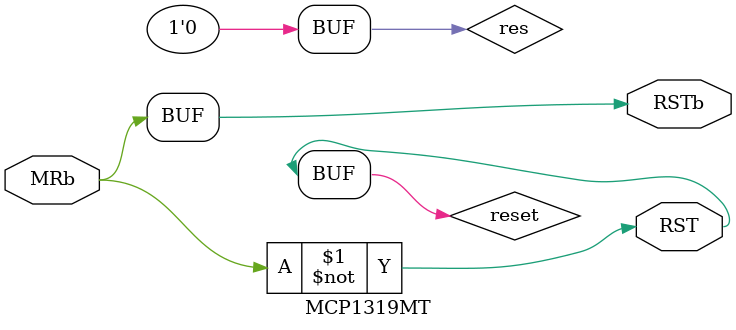
<source format=v>
module MCP1319MT(
	input MRb,
	output RST,
	output RSTb
);

reg res;
wire reset = res | ~MRb;
assign RST = reset;
assign RSTb = ~reset;

initial begin
	res = 1;
	#4;
	res = 0;
end

endmodule

</source>
